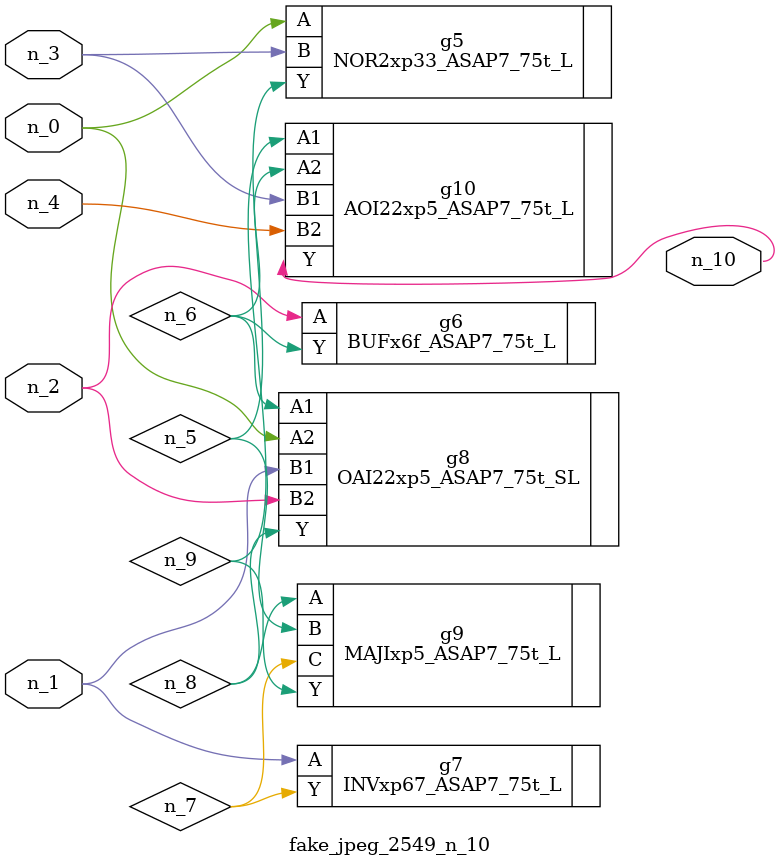
<source format=v>
module fake_jpeg_2549_n_10 (n_3, n_2, n_1, n_0, n_4, n_10);

input n_3;
input n_2;
input n_1;
input n_0;
input n_4;

output n_10;

wire n_8;
wire n_9;
wire n_6;
wire n_5;
wire n_7;

NOR2xp33_ASAP7_75t_L g5 ( 
.A(n_0),
.B(n_3),
.Y(n_5)
);

BUFx6f_ASAP7_75t_L g6 ( 
.A(n_2),
.Y(n_6)
);

INVxp67_ASAP7_75t_L g7 ( 
.A(n_1),
.Y(n_7)
);

OAI22xp5_ASAP7_75t_SL g8 ( 
.A1(n_6),
.A2(n_0),
.B1(n_1),
.B2(n_2),
.Y(n_8)
);

MAJIxp5_ASAP7_75t_L g9 ( 
.A(n_8),
.B(n_5),
.C(n_7),
.Y(n_9)
);

AOI22xp5_ASAP7_75t_L g10 ( 
.A1(n_9),
.A2(n_6),
.B1(n_3),
.B2(n_4),
.Y(n_10)
);


endmodule
</source>
